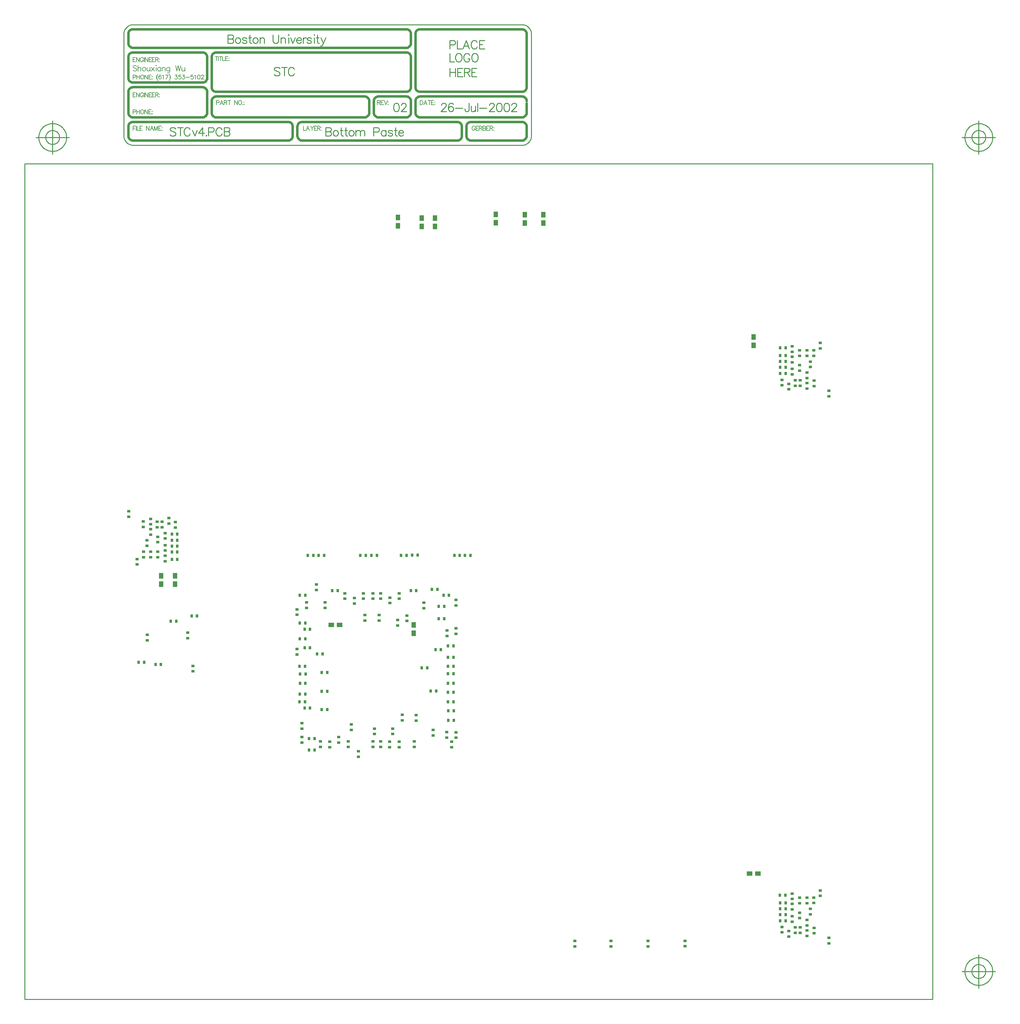
<source format=gbp>
%FSLAX24Y24*%
%MOIN*%
G70*
G01*
G75*
%ADD10R,0.1063X0.1004*%
%ADD11R,0.1004X0.1063*%
%ADD12R,0.1004X0.1063*%
%ADD13R,0.0315X0.0354*%
%ADD14C,0.0157*%
%ADD15C,0.0177*%
%ADD16C,0.0260*%
%ADD17C,0.0260*%
%ADD18R,0.0500X0.0600*%
%ADD19R,0.0165X0.0701*%
%ADD20R,0.0165X0.0701*%
%ADD21R,0.1063X0.0236*%
%ADD22R,0.0118X0.0591*%
%ADD23R,0.0600X0.0500*%
%ADD24R,0.1063X0.1004*%
%ADD25R,0.0354X0.0315*%
%ADD26R,0.1100X0.1150*%
%ADD27R,0.0600X0.1000*%
%ADD28R,0.0591X0.0118*%
%ADD29R,0.0118X0.0591*%
%ADD30R,0.0591X0.0118*%
%ADD31C,0.0230*%
%ADD32R,0.1063X0.0236*%
%ADD33R,0.0945X0.0236*%
%ADD34R,0.0945X0.0236*%
%ADD35R,0.0787X0.0591*%
%ADD36R,0.0787X0.1496*%
%ADD37R,0.0600X0.0600*%
%ADD38R,0.0256X0.0531*%
%ADD39R,0.1500X0.1100*%
%ADD40R,0.0413X0.0177*%
%ADD41C,0.0300*%
%ADD42C,0.0060*%
%ADD43C,0.0120*%
%ADD44C,0.0100*%
%ADD45C,0.0080*%
%ADD46C,0.0200*%
%ADD47C,0.0090*%
%ADD48R,0.3543X0.3277*%
%ADD49R,2.3300X1.6550*%
%ADD50R,0.1641X0.2598*%
%ADD51R,0.1260X0.0610*%
%ADD52R,0.1043X0.4154*%
%ADD53R,0.1595X0.4997*%
%ADD54R,0.1378X0.0433*%
%ADD55R,0.2343X0.0413*%
%ADD56R,0.2599X0.3378*%
%ADD57R,0.1457X0.1871*%
%ADD58R,0.0925X0.0729*%
%ADD59R,0.2599X0.0945*%
%ADD60R,0.4942X0.2658*%
%ADD61R,0.4548X0.2894*%
%ADD62R,0.3446X0.1871*%
%ADD63R,0.3288X0.1496*%
%ADD64R,0.0945X0.0532*%
%ADD65R,0.0610X0.1319*%
%ADD66R,0.0591X0.0650*%
%ADD67R,0.0413X0.0669*%
%ADD68R,0.0669X0.0158*%
%ADD69R,0.1713X0.3505*%
%ADD70C,0.0250*%
%ADD71C,0.0050*%
%ADD72C,0.0350*%
%ADD73C,0.0720*%
%ADD74P,0.0720X8X0*%
%ADD75C,0.0300*%
%ADD76C,0.0750*%
%ADD77C,0.0200*%
%ADD78C,0.2165*%
%ADD79C,0.2165*%
%ADD80C,0.0500*%
%ADD81R,0.0354X0.0315*%
%ADD82R,0.0315X0.0354*%
%ADD83R,2.3350X1.6650*%
%ADD84R,1.8350X3.4800*%
%ADD85C,0.0079*%
D13*
X78457Y77496D02*
D03*
X79048D02*
D03*
X77888Y77475D02*
D03*
X77298D02*
D03*
X76977Y61678D02*
D03*
X76386D02*
D03*
X91668Y67317D02*
D03*
X91077D02*
D03*
X78282Y66845D02*
D03*
X78873D02*
D03*
X77022Y68498D02*
D03*
X76432D02*
D03*
X79936Y73695D02*
D03*
X80526D02*
D03*
X91156Y62868D02*
D03*
X90566D02*
D03*
X77534Y69522D02*
D03*
X76944D02*
D03*
X78794Y64837D02*
D03*
X79385D02*
D03*
X77534Y67514D02*
D03*
X76944D02*
D03*
X76432Y62514D02*
D03*
X77022D02*
D03*
X90172Y65349D02*
D03*
X89581D02*
D03*
X79385Y60860D02*
D03*
Y62829D02*
D03*
X76944Y61018D02*
D03*
X77416Y56490D02*
D03*
X78007D02*
D03*
X78007Y57711D02*
D03*
X77416D02*
D03*
X76442Y63685D02*
D03*
X77032D02*
D03*
X92022Y70663D02*
D03*
X91432D02*
D03*
X60841Y65703D02*
D03*
X63204Y77042D02*
D03*
X63085Y70388D02*
D03*
X62613Y78498D02*
D03*
X128873Y98419D02*
D03*
X128282Y99876D02*
D03*
X64739Y70939D02*
D03*
X59621Y65939D02*
D03*
X128263Y40821D02*
D03*
X128892Y39364D02*
D03*
X61432Y65703D02*
D03*
X62613Y77042D02*
D03*
X63204Y79797D02*
D03*
X128282Y97790D02*
D03*
Y99049D02*
D03*
X128302Y39994D02*
D03*
X63201Y77859D02*
D03*
X63204Y79128D02*
D03*
X128302Y38734D02*
D03*
X128282Y97120D02*
D03*
X128302Y38065D02*
D03*
X62495Y70388D02*
D03*
X63204Y78498D02*
D03*
X128282Y98419D02*
D03*
X128873Y99876D02*
D03*
X65329Y70939D02*
D03*
X59030Y65939D02*
D03*
X128853Y40821D02*
D03*
X128302Y39364D02*
D03*
X62613Y79797D02*
D03*
X128873Y97790D02*
D03*
Y99049D02*
D03*
X128892Y39994D02*
D03*
X62610Y77859D02*
D03*
X62613Y79128D02*
D03*
X128892Y38734D02*
D03*
X128873Y97120D02*
D03*
X128892Y38065D02*
D03*
X91274Y73813D02*
D03*
X90684D02*
D03*
X91432Y72002D02*
D03*
X92022D02*
D03*
X77022Y73183D02*
D03*
X76432D02*
D03*
X92416Y62711D02*
D03*
X93007D02*
D03*
X92455Y60703D02*
D03*
X93046D02*
D03*
X92416Y67711D02*
D03*
X93007D02*
D03*
Y64719D02*
D03*
X92416D02*
D03*
X92416Y65506D02*
D03*
X93007D02*
D03*
X89001Y73671D02*
D03*
X88410D02*
D03*
X93007Y61687D02*
D03*
X92416D02*
D03*
X92455Y59679D02*
D03*
X93046D02*
D03*
X93007Y63695D02*
D03*
X92416D02*
D03*
X91944Y73183D02*
D03*
X92534D02*
D03*
X92416Y66490D02*
D03*
X93007D02*
D03*
X77044Y64689D02*
D03*
X76453D02*
D03*
X76392Y65506D02*
D03*
X76983D02*
D03*
X77022Y70191D02*
D03*
X76432D02*
D03*
X83547Y77499D02*
D03*
X82956D02*
D03*
X84747D02*
D03*
X84156D02*
D03*
X94857D02*
D03*
X94267D02*
D03*
X88558Y77514D02*
D03*
X89148D02*
D03*
X93697Y77499D02*
D03*
X93106D02*
D03*
X87368D02*
D03*
X87959D02*
D03*
D18*
X100727Y114251D02*
D03*
Y113351D02*
D03*
X102727Y114251D02*
D03*
Y113351D02*
D03*
X89577Y113901D02*
D03*
Y113001D02*
D03*
X87027Y113951D02*
D03*
Y113051D02*
D03*
X97577Y113401D02*
D03*
Y114301D02*
D03*
X61452Y75270D02*
D03*
Y74370D02*
D03*
X62948D02*
D03*
Y75270D02*
D03*
X125427Y100151D02*
D03*
Y101051D02*
D03*
X88727Y70001D02*
D03*
Y69101D02*
D03*
X91027Y113001D02*
D03*
Y113901D02*
D03*
D23*
X80733Y69992D02*
D03*
X79833D02*
D03*
X125877Y43151D02*
D03*
X124977D02*
D03*
D25*
X76648Y59384D02*
D03*
Y58793D02*
D03*
X92298Y58420D02*
D03*
Y57829D02*
D03*
X83302Y73400D02*
D03*
Y72809D02*
D03*
X81294Y72809D02*
D03*
Y73400D02*
D03*
X79168Y72415D02*
D03*
X84995Y71038D02*
D03*
Y70447D02*
D03*
X82318Y72888D02*
D03*
Y72297D02*
D03*
X80625Y57297D02*
D03*
Y57888D02*
D03*
X78656Y56825D02*
D03*
Y57415D02*
D03*
X81977Y59252D02*
D03*
Y58662D02*
D03*
X87475Y59699D02*
D03*
Y60290D02*
D03*
X86155Y72928D02*
D03*
Y72337D02*
D03*
X88972Y60252D02*
D03*
Y59662D02*
D03*
X83459Y70447D02*
D03*
X87160Y57376D02*
D03*
Y56786D02*
D03*
X87003Y70526D02*
D03*
Y69935D02*
D03*
X86451Y58203D02*
D03*
Y58793D02*
D03*
X81648Y57415D02*
D03*
Y56825D02*
D03*
X79640Y57376D02*
D03*
Y56786D02*
D03*
X76648Y57297D02*
D03*
Y57888D02*
D03*
X132633Y40742D02*
D03*
X64877Y65565D02*
D03*
X59955Y68321D02*
D03*
X58853Y77101D02*
D03*
X64326Y68557D02*
D03*
X60312Y79732D02*
D03*
X62987Y80486D02*
D03*
X61885Y78006D02*
D03*
X59522Y80565D02*
D03*
X131176Y39955D02*
D03*
X131174Y38150D02*
D03*
X129601Y39876D02*
D03*
X130467Y37337D02*
D03*
X129916D02*
D03*
X132633Y99817D02*
D03*
X130467Y96392D02*
D03*
X131963Y96353D02*
D03*
X61570Y80526D02*
D03*
X61885Y79305D02*
D03*
X60310Y77888D02*
D03*
X61018Y80526D02*
D03*
X128499Y37396D02*
D03*
X129601Y38557D02*
D03*
X131963Y37297D02*
D03*
X128499Y96431D02*
D03*
X129916Y96392D02*
D03*
X129601Y98912D02*
D03*
X131176Y99030D02*
D03*
Y97219D02*
D03*
X129601Y97612D02*
D03*
X132633Y41333D02*
D03*
X64877Y64975D02*
D03*
X59955Y68912D02*
D03*
X58853Y76510D02*
D03*
X61097Y77297D02*
D03*
X59562D02*
D03*
X62278Y81510D02*
D03*
X61097Y78912D02*
D03*
X131924Y99620D02*
D03*
X129601Y40998D02*
D03*
X129207Y36353D02*
D03*
X133538Y35624D02*
D03*
X131570Y98400D02*
D03*
X131569Y39345D02*
D03*
X133538Y94660D02*
D03*
X130389Y99620D02*
D03*
Y98006D02*
D03*
X131176Y95486D02*
D03*
X57948Y82258D02*
D03*
X59916Y78518D02*
D03*
X130389Y38931D02*
D03*
X131176Y36431D02*
D03*
X129601Y100053D02*
D03*
X129207Y95408D02*
D03*
X60310Y81431D02*
D03*
X61875Y76867D02*
D03*
X131924Y40565D02*
D03*
X130389Y40545D02*
D03*
X114011Y35290D02*
D03*
X118020Y35305D02*
D03*
X64326Y69148D02*
D03*
X60312Y80323D02*
D03*
X62987Y81077D02*
D03*
X61885Y78597D02*
D03*
X110034Y35290D02*
D03*
X59522Y81156D02*
D03*
X131176Y40545D02*
D03*
X131174Y37560D02*
D03*
X129601Y39286D02*
D03*
X130467Y36746D02*
D03*
X129916D02*
D03*
X132633Y100408D02*
D03*
X130467Y95801D02*
D03*
X131963Y95762D02*
D03*
X61570Y81116D02*
D03*
X61885Y79896D02*
D03*
X60310Y77297D02*
D03*
X61018Y81116D02*
D03*
X106137Y35290D02*
D03*
X128499Y36805D02*
D03*
X129601Y37967D02*
D03*
X131963Y36707D02*
D03*
X128499Y95841D02*
D03*
X129916Y95801D02*
D03*
X129601Y98321D02*
D03*
X131176Y99620D02*
D03*
Y96628D02*
D03*
X129601Y97022D02*
D03*
X114011Y35880D02*
D03*
X118020Y35895D02*
D03*
X110034Y35880D02*
D03*
X106137D02*
D03*
X61097Y77888D02*
D03*
X59562D02*
D03*
X62278Y80919D02*
D03*
X61097Y79502D02*
D03*
X131924Y99030D02*
D03*
X129601Y40408D02*
D03*
X129207Y36943D02*
D03*
X133538Y36215D02*
D03*
X131570Y97809D02*
D03*
X131569Y38754D02*
D03*
X133538Y95250D02*
D03*
X130389Y99030D02*
D03*
Y97416D02*
D03*
X131176Y96077D02*
D03*
X57948Y81668D02*
D03*
X59916Y79108D02*
D03*
X130389Y38341D02*
D03*
X131176Y37022D02*
D03*
X129601Y99463D02*
D03*
X129207Y95998D02*
D03*
X60310Y80841D02*
D03*
X61875Y77458D02*
D03*
X131924Y39975D02*
D03*
X130389Y39955D02*
D03*
X93302Y57809D02*
D03*
Y58400D02*
D03*
X85152Y56825D02*
D03*
Y57415D02*
D03*
Y72809D02*
D03*
Y73400D02*
D03*
X93302Y69620D02*
D03*
Y69030D02*
D03*
X77160Y71825D02*
D03*
Y72415D02*
D03*
X93302Y72691D02*
D03*
Y72101D02*
D03*
X90822Y58636D02*
D03*
Y58045D02*
D03*
X84325Y72809D02*
D03*
Y73400D02*
D03*
X92318Y69384D02*
D03*
Y68794D02*
D03*
X84483Y58203D02*
D03*
Y58793D02*
D03*
X87160Y72809D02*
D03*
Y73400D02*
D03*
X92829Y57376D02*
D03*
Y56786D02*
D03*
X84325Y56825D02*
D03*
Y57415D02*
D03*
X89812Y72370D02*
D03*
Y71780D02*
D03*
X82751Y55762D02*
D03*
Y56353D02*
D03*
X76137Y71667D02*
D03*
Y71077D02*
D03*
X88795Y57405D02*
D03*
Y56814D02*
D03*
X86137Y57376D02*
D03*
Y56786D02*
D03*
X78223Y74345D02*
D03*
Y73754D02*
D03*
X76137Y67376D02*
D03*
Y66786D02*
D03*
X87987Y70998D02*
D03*
Y70408D02*
D03*
D44*
X50477Y122601D02*
X50470Y122701D01*
X50450Y122799D01*
X50418Y122893D01*
X50372Y122983D01*
X50316Y123065D01*
X50249Y123140D01*
X50172Y123204D01*
X50088Y123258D01*
X49997Y123300D01*
X49901Y123330D01*
X49802Y123347D01*
X49702Y123350D01*
X49602Y123340D01*
X49505Y123317D01*
X49411Y123281D01*
X49324Y123233D01*
X49243Y123173D01*
X49171Y123104D01*
X49109Y123025D01*
X49058Y122939D01*
X49019Y122847D01*
X48992Y122750D01*
X48979Y122651D01*
Y122550D01*
X48992Y122451D01*
X49019Y122355D01*
X49058Y122262D01*
X49109Y122176D01*
X49171Y122098D01*
X49243Y122028D01*
X49324Y121968D01*
X49411Y121920D01*
X49505Y121884D01*
X49602Y121861D01*
X49702Y121851D01*
X49802Y121854D01*
X49901Y121871D01*
X49997Y121901D01*
X50088Y121943D01*
X50172Y121997D01*
X50249Y122061D01*
X50316Y122136D01*
X50372Y122218D01*
X50418Y122308D01*
X50450Y122402D01*
X50470Y122501D01*
X50477Y122601D01*
X51227D02*
X51224Y122701D01*
X51214Y122801D01*
X51197Y122899D01*
X51174Y122997D01*
X51144Y123093D01*
X51108Y123186D01*
X51066Y123277D01*
X51018Y123365D01*
X50964Y123450D01*
X50904Y123530D01*
X50840Y123607D01*
X50770Y123679D01*
X50696Y123746D01*
X50617Y123808D01*
X50534Y123865D01*
X50448Y123916D01*
X50359Y123961D01*
X50266Y124000D01*
X50172Y124033D01*
X50075Y124060D01*
X49977Y124080D01*
X49877Y124093D01*
X49777Y124100D01*
X49677D01*
X49577Y124093D01*
X49478Y124080D01*
X49379Y124060D01*
X49283Y124033D01*
X49188Y124000D01*
X49096Y123961D01*
X49006Y123916D01*
X48920Y123865D01*
X48837Y123808D01*
X48759Y123746D01*
X48684Y123679D01*
X48615Y123607D01*
X48550Y123530D01*
X48490Y123450D01*
X48437Y123365D01*
X48388Y123277D01*
X48346Y123186D01*
X48310Y123093D01*
X48280Y122997D01*
X48257Y122899D01*
X48241Y122801D01*
X48230Y122701D01*
X48227Y122601D01*
X48230Y122500D01*
X48241Y122401D01*
X48257Y122302D01*
X48280Y122204D01*
X48310Y122109D01*
X48346Y122015D01*
X48388Y121924D01*
X48437Y121836D01*
X48490Y121752D01*
X48550Y121671D01*
X48615Y121594D01*
X48684Y121522D01*
X48759Y121455D01*
X48837Y121393D01*
X48920Y121336D01*
X49006Y121285D01*
X49096Y121240D01*
X49188Y121201D01*
X49283Y121168D01*
X49379Y121141D01*
X49478Y121121D01*
X49577Y121108D01*
X49677Y121101D01*
X49777D01*
X49877Y121108D01*
X49977Y121121D01*
X50075Y121141D01*
X50172Y121168D01*
X50266Y121201D01*
X50359Y121240D01*
X50448Y121285D01*
X50534Y121336D01*
X50617Y121393D01*
X50696Y121455D01*
X50770Y121522D01*
X50840Y121594D01*
X50904Y121671D01*
X50964Y121752D01*
X51018Y121836D01*
X51066Y121924D01*
X51108Y122015D01*
X51144Y122109D01*
X51174Y122204D01*
X51197Y122302D01*
X51214Y122401D01*
X51224Y122500D01*
X51227Y122601D01*
X150477Y122601D02*
X150470Y122701D01*
X150450Y122799D01*
X150418Y122893D01*
X150372Y122983D01*
X150316Y123065D01*
X150249Y123140D01*
X150172Y123204D01*
X150088Y123258D01*
X149997Y123300D01*
X149901Y123330D01*
X149802Y123347D01*
X149702Y123350D01*
X149602Y123340D01*
X149505Y123317D01*
X149411Y123281D01*
X149324Y123233D01*
X149243Y123173D01*
X149171Y123104D01*
X149109Y123025D01*
X149058Y122939D01*
X149019Y122847D01*
X148992Y122750D01*
X148979Y122651D01*
Y122550D01*
X148992Y122451D01*
X149019Y122355D01*
X149058Y122262D01*
X149109Y122176D01*
X149171Y122098D01*
X149243Y122028D01*
X149324Y121968D01*
X149411Y121920D01*
X149505Y121884D01*
X149602Y121861D01*
X149702Y121851D01*
X149802Y121854D01*
X149901Y121871D01*
X149997Y121901D01*
X150088Y121943D01*
X150172Y121997D01*
X150249Y122061D01*
X150316Y122136D01*
X150372Y122218D01*
X150418Y122308D01*
X150450Y122402D01*
X150470Y122501D01*
X150477Y122601D01*
X151227D02*
X151224Y122701D01*
X151214Y122801D01*
X151197Y122899D01*
X151174Y122997D01*
X151144Y123093D01*
X151108Y123186D01*
X151066Y123277D01*
X151018Y123365D01*
X150964Y123450D01*
X150904Y123530D01*
X150840Y123607D01*
X150770Y123679D01*
X150696Y123746D01*
X150617Y123808D01*
X150534Y123865D01*
X150448Y123916D01*
X150359Y123961D01*
X150266Y124000D01*
X150172Y124033D01*
X150075Y124060D01*
X149977Y124080D01*
X149877Y124093D01*
X149777Y124100D01*
X149677D01*
X149577Y124093D01*
X149478Y124080D01*
X149379Y124060D01*
X149283Y124033D01*
X149188Y124000D01*
X149096Y123961D01*
X149006Y123916D01*
X148920Y123865D01*
X148837Y123808D01*
X148759Y123746D01*
X148684Y123679D01*
X148615Y123607D01*
X148550Y123530D01*
X148490Y123450D01*
X148437Y123365D01*
X148388Y123277D01*
X148346Y123186D01*
X148310Y123093D01*
X148280Y122997D01*
X148257Y122899D01*
X148241Y122801D01*
X148230Y122701D01*
X148227Y122601D01*
X148230Y122500D01*
X148241Y122401D01*
X148257Y122302D01*
X148280Y122204D01*
X148310Y122109D01*
X148346Y122015D01*
X148388Y121924D01*
X148437Y121836D01*
X148490Y121752D01*
X148550Y121671D01*
X148615Y121594D01*
X148684Y121522D01*
X148759Y121455D01*
X148837Y121393D01*
X148920Y121336D01*
X149006Y121285D01*
X149096Y121240D01*
X149188Y121201D01*
X149283Y121168D01*
X149379Y121141D01*
X149478Y121121D01*
X149577Y121108D01*
X149677Y121101D01*
X149777D01*
X149877Y121108D01*
X149977Y121121D01*
X150075Y121141D01*
X150172Y121168D01*
X150266Y121201D01*
X150359Y121240D01*
X150448Y121285D01*
X150534Y121336D01*
X150617Y121393D01*
X150696Y121455D01*
X150770Y121522D01*
X150840Y121594D01*
X150904Y121671D01*
X150964Y121752D01*
X151018Y121836D01*
X151066Y121924D01*
X151108Y122015D01*
X151144Y122109D01*
X151174Y122204D01*
X151197Y122302D01*
X151214Y122401D01*
X151224Y122500D01*
X151227Y122601D01*
X150477Y32601D02*
X150470Y32701D01*
X150450Y32799D01*
X150418Y32893D01*
X150372Y32983D01*
X150316Y33065D01*
X150249Y33140D01*
X150172Y33204D01*
X150088Y33258D01*
X149997Y33300D01*
X149901Y33330D01*
X149802Y33347D01*
X149702Y33350D01*
X149602Y33340D01*
X149505Y33317D01*
X149411Y33281D01*
X149324Y33233D01*
X149243Y33173D01*
X149171Y33104D01*
X149109Y33025D01*
X149058Y32939D01*
X149019Y32847D01*
X148992Y32750D01*
X148979Y32651D01*
Y32550D01*
X148992Y32451D01*
X149019Y32355D01*
X149058Y32262D01*
X149109Y32176D01*
X149171Y32097D01*
X149243Y32028D01*
X149324Y31968D01*
X149411Y31920D01*
X149505Y31884D01*
X149602Y31861D01*
X149702Y31851D01*
X149802Y31854D01*
X149901Y31871D01*
X149997Y31901D01*
X150088Y31943D01*
X150172Y31997D01*
X150249Y32061D01*
X150316Y32136D01*
X150372Y32218D01*
X150418Y32308D01*
X150450Y32402D01*
X150470Y32501D01*
X150477Y32601D01*
X151227D02*
X151224Y32701D01*
X151214Y32801D01*
X151197Y32899D01*
X151174Y32997D01*
X151144Y33093D01*
X151108Y33186D01*
X151066Y33277D01*
X151018Y33365D01*
X150964Y33450D01*
X150904Y33530D01*
X150840Y33607D01*
X150770Y33679D01*
X150696Y33746D01*
X150617Y33808D01*
X150534Y33865D01*
X150448Y33916D01*
X150359Y33961D01*
X150266Y34000D01*
X150172Y34033D01*
X150075Y34060D01*
X149977Y34080D01*
X149877Y34093D01*
X149777Y34100D01*
X149677D01*
X149577Y34093D01*
X149478Y34080D01*
X149379Y34060D01*
X149283Y34033D01*
X149188Y34000D01*
X149096Y33961D01*
X149006Y33916D01*
X148920Y33865D01*
X148837Y33808D01*
X148759Y33746D01*
X148684Y33679D01*
X148615Y33607D01*
X148550Y33530D01*
X148490Y33450D01*
X148437Y33365D01*
X148388Y33277D01*
X148346Y33186D01*
X148310Y33093D01*
X148280Y32997D01*
X148257Y32899D01*
X148241Y32801D01*
X148230Y32701D01*
X148227Y32601D01*
X148230Y32500D01*
X148241Y32401D01*
X148257Y32302D01*
X148280Y32204D01*
X148310Y32109D01*
X148346Y32015D01*
X148388Y31924D01*
X148437Y31836D01*
X148490Y31752D01*
X148550Y31671D01*
X148615Y31594D01*
X148684Y31522D01*
X148759Y31455D01*
X148837Y31393D01*
X148920Y31336D01*
X149006Y31285D01*
X149096Y31240D01*
X149188Y31201D01*
X149283Y31168D01*
X149379Y31141D01*
X149478Y31121D01*
X149577Y31108D01*
X149677Y31101D01*
X149777D01*
X149877Y31108D01*
X149977Y31121D01*
X150075Y31141D01*
X150172Y31168D01*
X150266Y31201D01*
X150359Y31240D01*
X150448Y31285D01*
X150534Y31336D01*
X150617Y31393D01*
X150696Y31455D01*
X150770Y31522D01*
X150840Y31594D01*
X150904Y31671D01*
X150964Y31752D01*
X151018Y31836D01*
X151066Y31924D01*
X151108Y32015D01*
X151144Y32109D01*
X151174Y32204D01*
X151197Y32302D01*
X151214Y32401D01*
X151224Y32500D01*
X151227Y32601D01*
X47927Y122601D02*
X51527D01*
X49727Y120801D02*
Y124401D01*
X147927Y122601D02*
X151527D01*
X149727Y120801D02*
Y124401D01*
X147927Y32601D02*
X151527D01*
X149727Y30801D02*
Y34401D01*
X46727Y29601D02*
X144759D01*
Y119758D01*
X46727D02*
X144759D01*
X46727Y29601D02*
Y119758D01*
X57418Y122768D02*
X57423Y122670D01*
X57437Y122573D01*
X57461Y122478D01*
X57493Y122386D01*
X57535Y122297D01*
X57585Y122212D01*
X57642Y122133D01*
X57708Y122060D01*
X57780Y121994D01*
X57858Y121934D01*
X57941Y121883D01*
X58029Y121840D01*
X58121Y121806D01*
X58216Y121781D01*
X58313Y121765D01*
X58410Y121758D01*
X100418Y121758D02*
X100516Y121763D01*
X100613Y121777D01*
X100708Y121801D01*
X100801Y121834D01*
X100889Y121876D01*
X100974Y121927D01*
X101052Y121985D01*
X101125Y122051D01*
X101191Y122124D01*
X101250Y122203D01*
X101300Y122287D01*
X101342Y122375D01*
X101375Y122468D01*
X101399Y122563D01*
X101413Y122660D01*
X101418Y122758D01*
Y133758D02*
X101413Y133856D01*
X101399Y133953D01*
X101375Y134048D01*
X101342Y134141D01*
X101300Y134229D01*
X101250Y134314D01*
X101191Y134392D01*
X101125Y134465D01*
X101052Y134531D01*
X100974Y134590D01*
X100889Y134640D01*
X100801Y134682D01*
X100708Y134715D01*
X100613Y134739D01*
X100516Y134753D01*
X100418Y134758D01*
X58418D02*
X58320Y134753D01*
X58223Y134739D01*
X58128Y134715D01*
X58035Y134682D01*
X57947Y134640D01*
X57863Y134590D01*
X57784Y134531D01*
X57711Y134465D01*
X57645Y134392D01*
X57587Y134314D01*
X57536Y134229D01*
X57494Y134141D01*
X57461Y134048D01*
X57437Y133953D01*
X57423Y133856D01*
X57418Y133758D01*
X58418Y121758D02*
X100418D01*
X58418Y134758D02*
X100418D01*
X101418Y122758D02*
Y133758D01*
X57418Y122758D02*
Y133758D01*
D45*
X58818Y130272D02*
X58761Y130329D01*
X58675Y130358D01*
X58561D01*
X58475Y130329D01*
X58418Y130272D01*
Y130215D01*
X58447Y130158D01*
X58475Y130129D01*
X58532Y130101D01*
X58704Y130044D01*
X58761Y130015D01*
X58789Y129987D01*
X58818Y129929D01*
Y129844D01*
X58761Y129787D01*
X58675Y129758D01*
X58561D01*
X58475Y129787D01*
X58418Y129844D01*
X58952Y130358D02*
Y129758D01*
Y130044D02*
X59038Y130129D01*
X59095Y130158D01*
X59181D01*
X59238Y130129D01*
X59266Y130044D01*
Y129758D01*
X59566Y130158D02*
X59509Y130129D01*
X59452Y130072D01*
X59424Y129987D01*
Y129929D01*
X59452Y129844D01*
X59509Y129787D01*
X59566Y129758D01*
X59652D01*
X59709Y129787D01*
X59766Y129844D01*
X59795Y129929D01*
Y129987D01*
X59766Y130072D01*
X59709Y130129D01*
X59652Y130158D01*
X59566D01*
X59926D02*
Y129872D01*
X59955Y129787D01*
X60012Y129758D01*
X60098D01*
X60155Y129787D01*
X60241Y129872D01*
Y130158D02*
Y129758D01*
X60398Y130158D02*
X60712Y129758D01*
Y130158D02*
X60398Y129758D01*
X60895Y130358D02*
X60923Y130329D01*
X60952Y130358D01*
X60923Y130387D01*
X60895Y130358D01*
X60923Y130158D02*
Y129758D01*
X61400Y130158D02*
Y129758D01*
Y130072D02*
X61343Y130129D01*
X61286Y130158D01*
X61200D01*
X61143Y130129D01*
X61086Y130072D01*
X61058Y129987D01*
Y129929D01*
X61086Y129844D01*
X61143Y129787D01*
X61200Y129758D01*
X61286D01*
X61343Y129787D01*
X61400Y129844D01*
X61560Y130158D02*
Y129758D01*
Y130044D02*
X61646Y130129D01*
X61703Y130158D01*
X61789D01*
X61846Y130129D01*
X61874Y130044D01*
Y129758D01*
X62374Y130158D02*
Y129701D01*
X62346Y129615D01*
X62317Y129587D01*
X62260Y129558D01*
X62174D01*
X62117Y129587D01*
X62374Y130072D02*
X62317Y130129D01*
X62260Y130158D01*
X62174D01*
X62117Y130129D01*
X62060Y130072D01*
X62032Y129987D01*
Y129929D01*
X62060Y129844D01*
X62117Y129787D01*
X62174Y129758D01*
X62260D01*
X62317Y129787D01*
X62374Y129844D01*
X63006Y130358D02*
X63148Y129758D01*
X63291Y130358D02*
X63148Y129758D01*
X63291Y130358D02*
X63434Y129758D01*
X63577Y130358D02*
X63434Y129758D01*
X63697Y130158D02*
Y129872D01*
X63726Y129787D01*
X63783Y129758D01*
X63868D01*
X63925Y129787D01*
X64011Y129872D01*
Y130158D02*
Y129758D01*
D47*
X63018Y123529D02*
X62932Y123615D01*
X62804Y123658D01*
X62632D01*
X62504Y123615D01*
X62418Y123529D01*
Y123444D01*
X62461Y123358D01*
X62504Y123315D01*
X62589Y123272D01*
X62847Y123187D01*
X62932Y123144D01*
X62975Y123101D01*
X63018Y123015D01*
Y122887D01*
X62932Y122801D01*
X62804Y122758D01*
X62632D01*
X62504Y122801D01*
X62418Y122887D01*
X63519Y123658D02*
Y122758D01*
X63219Y123658D02*
X63819D01*
X64569Y123444D02*
X64526Y123529D01*
X64441Y123615D01*
X64355Y123658D01*
X64183D01*
X64098Y123615D01*
X64012Y123529D01*
X63969Y123444D01*
X63926Y123315D01*
Y123101D01*
X63969Y122972D01*
X64012Y122887D01*
X64098Y122801D01*
X64183Y122758D01*
X64355D01*
X64441Y122801D01*
X64526Y122887D01*
X64569Y122972D01*
X64822Y123358D02*
X65079Y122758D01*
X65336Y123358D02*
X65079Y122758D01*
X65910Y123658D02*
X65482Y123058D01*
X66124D01*
X65910Y123658D02*
Y122758D01*
X66326Y122844D02*
X66283Y122801D01*
X66326Y122758D01*
X66369Y122801D01*
X66326Y122844D01*
X66566Y123187D02*
X66951D01*
X67080Y123229D01*
X67123Y123272D01*
X67166Y123358D01*
Y123486D01*
X67123Y123572D01*
X67080Y123615D01*
X66951Y123658D01*
X66566D01*
Y122758D01*
X68010Y123444D02*
X67967Y123529D01*
X67881Y123615D01*
X67796Y123658D01*
X67624D01*
X67538Y123615D01*
X67453Y123529D01*
X67410Y123444D01*
X67367Y123315D01*
Y123101D01*
X67410Y122972D01*
X67453Y122887D01*
X67538Y122801D01*
X67624Y122758D01*
X67796D01*
X67881Y122801D01*
X67967Y122887D01*
X68010Y122972D01*
X68263Y123658D02*
Y122758D01*
Y123658D02*
X68648D01*
X68777Y123615D01*
X68820Y123572D01*
X68862Y123486D01*
Y123401D01*
X68820Y123315D01*
X68777Y123272D01*
X68648Y123229D01*
X68263D02*
X68648D01*
X68777Y123187D01*
X68820Y123144D01*
X68862Y123058D01*
Y122929D01*
X68820Y122844D01*
X68777Y122801D01*
X68648Y122758D01*
X68263D01*
X68668Y133658D02*
Y132758D01*
Y133658D02*
X69054D01*
X69182Y133615D01*
X69225Y133572D01*
X69268Y133486D01*
Y133401D01*
X69225Y133315D01*
X69182Y133272D01*
X69054Y133229D01*
X68668D02*
X69054D01*
X69182Y133187D01*
X69225Y133144D01*
X69268Y133058D01*
Y132929D01*
X69225Y132844D01*
X69182Y132801D01*
X69054Y132758D01*
X68668D01*
X69684Y133358D02*
X69598Y133315D01*
X69512Y133229D01*
X69469Y133101D01*
Y133015D01*
X69512Y132887D01*
X69598Y132801D01*
X69684Y132758D01*
X69812D01*
X69898Y132801D01*
X69984Y132887D01*
X70026Y133015D01*
Y133101D01*
X69984Y133229D01*
X69898Y133315D01*
X69812Y133358D01*
X69684D01*
X70695Y133229D02*
X70652Y133315D01*
X70523Y133358D01*
X70395D01*
X70266Y133315D01*
X70223Y133229D01*
X70266Y133144D01*
X70352Y133101D01*
X70566Y133058D01*
X70652Y133015D01*
X70695Y132929D01*
Y132887D01*
X70652Y132801D01*
X70523Y132758D01*
X70395D01*
X70266Y132801D01*
X70223Y132887D01*
X71012Y133658D02*
Y132929D01*
X71055Y132801D01*
X71140Y132758D01*
X71226D01*
X70883Y133358D02*
X71183D01*
X71569D02*
X71483Y133315D01*
X71398Y133229D01*
X71355Y133101D01*
Y133015D01*
X71398Y132887D01*
X71483Y132801D01*
X71569Y132758D01*
X71697D01*
X71783Y132801D01*
X71869Y132887D01*
X71912Y133015D01*
Y133101D01*
X71869Y133229D01*
X71783Y133315D01*
X71697Y133358D01*
X71569D01*
X72109D02*
Y132758D01*
Y133187D02*
X72237Y133315D01*
X72323Y133358D01*
X72452D01*
X72537Y133315D01*
X72580Y133187D01*
Y132758D01*
X73523Y133658D02*
Y133015D01*
X73566Y132887D01*
X73651Y132801D01*
X73780Y132758D01*
X73866D01*
X73994Y132801D01*
X74080Y132887D01*
X74123Y133015D01*
Y133658D01*
X74371Y133358D02*
Y132758D01*
Y133187D02*
X74500Y133315D01*
X74585Y133358D01*
X74714D01*
X74800Y133315D01*
X74842Y133187D01*
Y132758D01*
X75164Y133658D02*
X75207Y133615D01*
X75250Y133658D01*
X75207Y133701D01*
X75164Y133658D01*
X75207Y133358D02*
Y132758D01*
X75408Y133358D02*
X75665Y132758D01*
X75922Y133358D02*
X75665Y132758D01*
X76068Y133101D02*
X76582D01*
Y133187D01*
X76539Y133272D01*
X76496Y133315D01*
X76411Y133358D01*
X76282D01*
X76196Y133315D01*
X76111Y133229D01*
X76068Y133101D01*
Y133015D01*
X76111Y132887D01*
X76196Y132801D01*
X76282Y132758D01*
X76411D01*
X76496Y132801D01*
X76582Y132887D01*
X76775Y133358D02*
Y132758D01*
Y133101D02*
X76818Y133229D01*
X76903Y133315D01*
X76989Y133358D01*
X77118D01*
X77670Y133229D02*
X77628Y133315D01*
X77499Y133358D01*
X77371D01*
X77242Y133315D01*
X77199Y133229D01*
X77242Y133144D01*
X77328Y133101D01*
X77542Y133058D01*
X77628Y133015D01*
X77670Y132929D01*
Y132887D01*
X77628Y132801D01*
X77499Y132758D01*
X77371D01*
X77242Y132801D01*
X77199Y132887D01*
X77945Y133658D02*
X77988Y133615D01*
X78030Y133658D01*
X77988Y133701D01*
X77945Y133658D01*
X77988Y133358D02*
Y132758D01*
X78317Y133658D02*
Y132929D01*
X78360Y132801D01*
X78446Y132758D01*
X78532D01*
X78189Y133358D02*
X78489D01*
X78703D02*
X78960Y132758D01*
X79217Y133358D02*
X78960Y132758D01*
X78874Y132587D01*
X78789Y132501D01*
X78703Y132458D01*
X78660D01*
X79218Y123658D02*
Y122758D01*
Y123658D02*
X79604D01*
X79732Y123615D01*
X79775Y123572D01*
X79818Y123486D01*
Y123401D01*
X79775Y123315D01*
X79732Y123272D01*
X79604Y123229D01*
X79218D02*
X79604D01*
X79732Y123187D01*
X79775Y123144D01*
X79818Y123058D01*
Y122929D01*
X79775Y122844D01*
X79732Y122801D01*
X79604Y122758D01*
X79218D01*
X80234Y123358D02*
X80148Y123315D01*
X80062Y123229D01*
X80019Y123101D01*
Y123015D01*
X80062Y122887D01*
X80148Y122801D01*
X80234Y122758D01*
X80362D01*
X80448Y122801D01*
X80534Y122887D01*
X80576Y123015D01*
Y123101D01*
X80534Y123229D01*
X80448Y123315D01*
X80362Y123358D01*
X80234D01*
X80902Y123658D02*
Y122929D01*
X80945Y122801D01*
X81031Y122758D01*
X81116D01*
X80773Y123358D02*
X81073D01*
X81373Y123658D02*
Y122929D01*
X81416Y122801D01*
X81502Y122758D01*
X81588D01*
X81245Y123358D02*
X81545D01*
X81930D02*
X81845Y123315D01*
X81759Y123229D01*
X81716Y123101D01*
Y123015D01*
X81759Y122887D01*
X81845Y122801D01*
X81930Y122758D01*
X82059D01*
X82145Y122801D01*
X82230Y122887D01*
X82273Y123015D01*
Y123101D01*
X82230Y123229D01*
X82145Y123315D01*
X82059Y123358D01*
X81930D01*
X82470D02*
Y122758D01*
Y123187D02*
X82599Y123315D01*
X82684Y123358D01*
X82813D01*
X82899Y123315D01*
X82942Y123187D01*
Y122758D01*
Y123187D02*
X83070Y123315D01*
X83156Y123358D01*
X83284D01*
X83370Y123315D01*
X83413Y123187D01*
Y122758D01*
X84403Y123187D02*
X84788D01*
X84917Y123229D01*
X84960Y123272D01*
X85003Y123358D01*
Y123486D01*
X84960Y123572D01*
X84917Y123615D01*
X84788Y123658D01*
X84403D01*
Y122758D01*
X85718Y123358D02*
Y122758D01*
Y123229D02*
X85632Y123315D01*
X85547Y123358D01*
X85418D01*
X85332Y123315D01*
X85247Y123229D01*
X85204Y123101D01*
Y123015D01*
X85247Y122887D01*
X85332Y122801D01*
X85418Y122758D01*
X85547D01*
X85632Y122801D01*
X85718Y122887D01*
X86429Y123229D02*
X86387Y123315D01*
X86258Y123358D01*
X86129D01*
X86001Y123315D01*
X85958Y123229D01*
X86001Y123144D01*
X86087Y123101D01*
X86301Y123058D01*
X86387Y123015D01*
X86429Y122929D01*
Y122887D01*
X86387Y122801D01*
X86258Y122758D01*
X86129D01*
X86001Y122801D01*
X85958Y122887D01*
X86746Y123658D02*
Y122929D01*
X86789Y122801D01*
X86875Y122758D01*
X86961D01*
X86618Y123358D02*
X86918D01*
X87089Y123101D02*
X87603D01*
Y123187D01*
X87561Y123272D01*
X87518Y123315D01*
X87432Y123358D01*
X87303D01*
X87218Y123315D01*
X87132Y123229D01*
X87089Y123101D01*
Y123015D01*
X87132Y122887D01*
X87218Y122801D01*
X87303Y122758D01*
X87432D01*
X87518Y122801D01*
X87603Y122887D01*
X86800Y126283D02*
X86672Y126240D01*
X86586Y126111D01*
X86543Y125897D01*
Y125769D01*
X86586Y125554D01*
X86672Y125426D01*
X86800Y125383D01*
X86886D01*
X87014Y125426D01*
X87100Y125554D01*
X87143Y125769D01*
Y125897D01*
X87100Y126111D01*
X87014Y126240D01*
X86886Y126283D01*
X86800D01*
X87387Y126069D02*
Y126111D01*
X87430Y126197D01*
X87473Y126240D01*
X87559Y126283D01*
X87730D01*
X87816Y126240D01*
X87859Y126197D01*
X87901Y126111D01*
Y126026D01*
X87859Y125940D01*
X87773Y125812D01*
X87344Y125383D01*
X87944D01*
X92618Y132587D02*
X93004D01*
X93132Y132629D01*
X93175Y132672D01*
X93218Y132758D01*
Y132886D01*
X93175Y132972D01*
X93132Y133015D01*
X93004Y133058D01*
X92618D01*
Y132158D01*
X93419Y133058D02*
Y132158D01*
X93934D01*
X94718D02*
X94375Y133058D01*
X94032Y132158D01*
X94161Y132458D02*
X94589D01*
X95570Y132844D02*
X95527Y132929D01*
X95442Y133015D01*
X95356Y133058D01*
X95185D01*
X95099Y133015D01*
X95013Y132929D01*
X94970Y132844D01*
X94928Y132715D01*
Y132501D01*
X94970Y132372D01*
X95013Y132287D01*
X95099Y132201D01*
X95185Y132158D01*
X95356D01*
X95442Y132201D01*
X95527Y132287D01*
X95570Y132372D01*
X96380Y133058D02*
X95823D01*
Y132158D01*
X96380D01*
X95823Y132629D02*
X96166D01*
X92618Y131658D02*
Y130758D01*
X93132D01*
X93488Y131658D02*
X93402Y131615D01*
X93317Y131529D01*
X93274Y131444D01*
X93231Y131315D01*
Y131101D01*
X93274Y130972D01*
X93317Y130887D01*
X93402Y130801D01*
X93488Y130758D01*
X93659D01*
X93745Y130801D01*
X93831Y130887D01*
X93874Y130972D01*
X93916Y131101D01*
Y131315D01*
X93874Y131444D01*
X93831Y131529D01*
X93745Y131615D01*
X93659Y131658D01*
X93488D01*
X94769Y131444D02*
X94726Y131529D01*
X94641Y131615D01*
X94555Y131658D01*
X94383D01*
X94298Y131615D01*
X94212Y131529D01*
X94169Y131444D01*
X94126Y131315D01*
Y131101D01*
X94169Y130972D01*
X94212Y130887D01*
X94298Y130801D01*
X94383Y130758D01*
X94555D01*
X94641Y130801D01*
X94726Y130887D01*
X94769Y130972D01*
Y131101D01*
X94555D02*
X94769D01*
X95232Y131658D02*
X95146Y131615D01*
X95060Y131529D01*
X95018Y131444D01*
X94975Y131315D01*
Y131101D01*
X95018Y130972D01*
X95060Y130887D01*
X95146Y130801D01*
X95232Y130758D01*
X95403D01*
X95489Y130801D01*
X95575Y130887D01*
X95617Y130972D01*
X95660Y131101D01*
Y131315D01*
X95617Y131444D01*
X95575Y131529D01*
X95489Y131615D01*
X95403Y131658D01*
X95232D01*
X92618Y130058D02*
Y129158D01*
X93218Y130058D02*
Y129158D01*
X92618Y129629D02*
X93218D01*
X94024Y130058D02*
X93466D01*
Y129158D01*
X94024D01*
X93466Y129629D02*
X93809D01*
X94173Y130058D02*
Y129158D01*
Y130058D02*
X94559D01*
X94688Y130015D01*
X94730Y129972D01*
X94773Y129886D01*
Y129801D01*
X94730Y129715D01*
X94688Y129672D01*
X94559Y129629D01*
X94173D01*
X94473D02*
X94773Y129158D01*
X95532Y130058D02*
X94975D01*
Y129158D01*
X95532D01*
X94975Y129629D02*
X95318D01*
X91711Y126069D02*
Y126111D01*
X91754Y126197D01*
X91797Y126240D01*
X91882Y126283D01*
X92054D01*
X92139Y126240D01*
X92182Y126197D01*
X92225Y126111D01*
Y126026D01*
X92182Y125940D01*
X92097Y125812D01*
X91668Y125383D01*
X92268D01*
X92984Y126154D02*
X92941Y126240D01*
X92812Y126283D01*
X92726D01*
X92598Y126240D01*
X92512Y126111D01*
X92469Y125897D01*
Y125683D01*
X92512Y125512D01*
X92598Y125426D01*
X92726Y125383D01*
X92769D01*
X92898Y125426D01*
X92984Y125512D01*
X93026Y125640D01*
Y125683D01*
X92984Y125812D01*
X92898Y125897D01*
X92769Y125940D01*
X92726D01*
X92598Y125897D01*
X92512Y125812D01*
X92469Y125683D01*
X93223Y125769D02*
X93995D01*
X94689Y126283D02*
Y125597D01*
X94646Y125469D01*
X94603Y125426D01*
X94517Y125383D01*
X94432D01*
X94346Y125426D01*
X94303Y125469D01*
X94260Y125597D01*
Y125683D01*
X94920Y125983D02*
Y125554D01*
X94963Y125426D01*
X95049Y125383D01*
X95177D01*
X95263Y125426D01*
X95392Y125554D01*
Y125983D02*
Y125383D01*
X95627Y126283D02*
Y125383D01*
X95816Y125769D02*
X96587D01*
X96896Y126069D02*
Y126111D01*
X96938Y126197D01*
X96981Y126240D01*
X97067Y126283D01*
X97238D01*
X97324Y126240D01*
X97367Y126197D01*
X97410Y126111D01*
Y126026D01*
X97367Y125940D01*
X97281Y125812D01*
X96853Y125383D01*
X97453D01*
X97911Y126283D02*
X97782Y126240D01*
X97697Y126111D01*
X97654Y125897D01*
Y125769D01*
X97697Y125554D01*
X97782Y125426D01*
X97911Y125383D01*
X97997D01*
X98125Y125426D01*
X98211Y125554D01*
X98254Y125769D01*
Y125897D01*
X98211Y126111D01*
X98125Y126240D01*
X97997Y126283D01*
X97911D01*
X98712D02*
X98584Y126240D01*
X98498Y126111D01*
X98455Y125897D01*
Y125769D01*
X98498Y125554D01*
X98584Y125426D01*
X98712Y125383D01*
X98798D01*
X98927Y125426D01*
X99012Y125554D01*
X99055Y125769D01*
Y125897D01*
X99012Y126111D01*
X98927Y126240D01*
X98798Y126283D01*
X98712D01*
X99299Y126069D02*
Y126111D01*
X99342Y126197D01*
X99385Y126240D01*
X99471Y126283D01*
X99642D01*
X99728Y126240D01*
X99771Y126197D01*
X99813Y126111D01*
Y126026D01*
X99771Y125940D01*
X99685Y125812D01*
X99256Y125383D01*
X99856D01*
X74268Y130029D02*
X74182Y130115D01*
X74054Y130158D01*
X73882D01*
X73754Y130115D01*
X73668Y130029D01*
Y129944D01*
X73711Y129858D01*
X73754Y129815D01*
X73839Y129772D01*
X74097Y129687D01*
X74182Y129644D01*
X74225Y129601D01*
X74268Y129515D01*
Y129387D01*
X74182Y129301D01*
X74054Y129258D01*
X73882D01*
X73754Y129301D01*
X73668Y129387D01*
X74769Y130158D02*
Y129258D01*
X74469Y130158D02*
X75069D01*
X75819Y129944D02*
X75776Y130029D01*
X75691Y130115D01*
X75605Y130158D01*
X75433D01*
X75348Y130115D01*
X75262Y130029D01*
X75219Y129944D01*
X75176Y129815D01*
Y129601D01*
X75219Y129472D01*
X75262Y129387D01*
X75348Y129301D01*
X75433Y129258D01*
X75605D01*
X75691Y129301D01*
X75776Y129387D01*
X75819Y129472D01*
D70*
X100918Y126518D02*
X100909Y126614D01*
X100881Y126706D01*
X100836Y126790D01*
X100775Y126865D01*
X100700Y126925D01*
X100616Y126971D01*
X100524Y126999D01*
X100428Y127008D01*
X89418D02*
X89321Y126998D01*
X89227Y126970D01*
X89140Y126924D01*
X89065Y126862D01*
X89002Y126786D01*
X88956Y126699D01*
X88928Y126606D01*
X88918Y126508D01*
X100418Y127508D02*
X100516Y127518D01*
X100609Y127546D01*
X100696Y127592D01*
X100772Y127655D01*
X100834Y127730D01*
X100880Y127817D01*
X100908Y127911D01*
X100918Y128008D01*
X88918D02*
X88928Y127911D01*
X88956Y127817D01*
X89002Y127730D01*
X89065Y127655D01*
X89140Y127592D01*
X89227Y127546D01*
X89321Y127518D01*
X89418Y127508D01*
X100918Y133768D02*
X100908Y133866D01*
X100879Y133960D01*
X100832Y134046D01*
X100768Y134121D01*
X100691Y134181D01*
X100604Y134226D01*
X100509Y134251D01*
X100411Y134258D01*
X100418Y124758D02*
X100516Y124768D01*
X100609Y124796D01*
X100696Y124842D01*
X100772Y124905D01*
X100834Y124980D01*
X100880Y125067D01*
X100908Y125161D01*
X100918Y125258D01*
X100918Y123767D02*
X100907Y123863D01*
X100878Y123955D01*
X100831Y124040D01*
X100769Y124115D01*
X100693Y124176D01*
X100607Y124221D01*
X100515Y124249D01*
X100418Y124258D01*
Y122258D02*
X100516Y122268D01*
X100609Y122296D01*
X100696Y122342D01*
X100772Y122405D01*
X100834Y122480D01*
X100880Y122567D01*
X100908Y122661D01*
X100918Y122758D01*
X87918Y124758D02*
X88016Y124768D01*
X88109Y124796D01*
X88196Y124842D01*
X88272Y124905D01*
X88334Y124980D01*
X88380Y125067D01*
X88408Y125161D01*
X88418Y125258D01*
X88918Y125248D02*
X88928Y125151D01*
X88956Y125059D01*
X89002Y124973D01*
X89065Y124899D01*
X89140Y124838D01*
X89227Y124793D01*
X89320Y124766D01*
X89417Y124758D01*
X88418Y126518D02*
X88409Y126614D01*
X88381Y126706D01*
X88336Y126790D01*
X88275Y126865D01*
X88200Y126925D01*
X88116Y126971D01*
X88024Y126999D01*
X87928Y127008D01*
X57918Y122758D02*
X57927Y122662D01*
X57955Y122569D01*
X58001Y122483D01*
X58061Y122408D01*
X58136Y122345D01*
X58221Y122299D01*
X58313Y122269D01*
X58409Y122258D01*
X87927Y127508D02*
X88023Y127519D01*
X88116Y127549D01*
X88200Y127595D01*
X88275Y127658D01*
X88336Y127733D01*
X88381Y127819D01*
X88409Y127912D01*
X88418Y128008D01*
X58418Y124258D02*
X58321Y124248D01*
X58227Y124220D01*
X58140Y124174D01*
X58065Y124112D01*
X58002Y124036D01*
X57956Y123949D01*
X57928Y123856D01*
X57918Y123758D01*
X88418Y131258D02*
X88408Y131356D01*
X88380Y131449D01*
X88334Y131536D01*
X88272Y131612D01*
X88196Y131674D01*
X88109Y131720D01*
X88016Y131748D01*
X87918Y131758D01*
Y132258D02*
X88016Y132268D01*
X88109Y132296D01*
X88196Y132342D01*
X88272Y132405D01*
X88334Y132480D01*
X88380Y132567D01*
X88408Y132661D01*
X88418Y132758D01*
X89418Y134258D02*
X89321Y134248D01*
X89227Y134220D01*
X89140Y134174D01*
X89065Y134112D01*
X89002Y134036D01*
X88956Y133949D01*
X88928Y133856D01*
X88918Y133758D01*
X88418D02*
X88408Y133856D01*
X88380Y133949D01*
X88334Y134036D01*
X88272Y134112D01*
X88196Y134174D01*
X88109Y134220D01*
X88016Y134248D01*
X87918Y134258D01*
X58418Y131758D02*
X58321Y131748D01*
X58227Y131720D01*
X58140Y131674D01*
X58065Y131612D01*
X58002Y131536D01*
X57956Y131449D01*
X57928Y131356D01*
X57918Y131258D01*
Y129008D02*
X57928Y128911D01*
X57956Y128817D01*
X58002Y128730D01*
X58065Y128655D01*
X58140Y128592D01*
X58227Y128546D01*
X58321Y128518D01*
X58418Y128508D01*
Y128008D02*
X58321Y127998D01*
X58227Y127970D01*
X58140Y127924D01*
X58065Y127862D01*
X58002Y127786D01*
X57956Y127699D01*
X57928Y127606D01*
X57918Y127508D01*
Y125258D02*
X57927Y125162D01*
X57955Y125069D01*
X58001Y124983D01*
X58061Y124908D01*
X58136Y124845D01*
X58221Y124799D01*
X58313Y124769D01*
X58409Y124758D01*
X67418Y131758D02*
X67321Y131748D01*
X67227Y131720D01*
X67140Y131674D01*
X67065Y131612D01*
X67002Y131536D01*
X66956Y131449D01*
X66928Y131356D01*
X66918Y131258D01*
X67418Y127008D02*
X67321Y126998D01*
X67227Y126970D01*
X67140Y126924D01*
X67065Y126862D01*
X67002Y126786D01*
X66956Y126699D01*
X66928Y126606D01*
X66918Y126508D01*
X84898Y127008D02*
X84801Y126998D01*
X84709Y126969D01*
X84624Y126922D01*
X84550Y126858D01*
X84490Y126782D01*
X84448Y126694D01*
X84424Y126600D01*
X84419Y126503D01*
X84418Y125268D02*
X84428Y125170D01*
X84456Y125075D01*
X84502Y124988D01*
X84564Y124911D01*
X84640Y124847D01*
X84727Y124799D01*
X84821Y124769D01*
X84919Y124758D01*
X83428Y124758D02*
X83525Y124768D01*
X83618Y124796D01*
X83703Y124842D01*
X83778Y124905D01*
X83838Y124980D01*
X83883Y125066D01*
X83910Y125160D01*
X83918Y125257D01*
X83918Y126518D02*
X83909Y126614D01*
X83881Y126706D01*
X83836Y126790D01*
X83775Y126865D01*
X83700Y126925D01*
X83616Y126971D01*
X83524Y126999D01*
X83428Y127008D01*
X65928Y124758D02*
X66024Y124767D01*
X66116Y124795D01*
X66200Y124841D01*
X66275Y124902D01*
X66336Y124976D01*
X66381Y125061D01*
X66409Y125152D01*
X66418Y125248D01*
X66918D02*
X66927Y125152D01*
X66955Y125061D01*
X67001Y124976D01*
X67062Y124902D01*
X67136Y124841D01*
X67221Y124795D01*
X67312Y124767D01*
X67408Y124758D01*
X66918Y127998D02*
X66927Y127902D01*
X66955Y127811D01*
X67001Y127726D01*
X67062Y127652D01*
X67136Y127591D01*
X67221Y127545D01*
X67312Y127517D01*
X67408Y127508D01*
X66418Y127518D02*
X66408Y127616D01*
X66379Y127710D01*
X66332Y127796D01*
X66268Y127871D01*
X66191Y127931D01*
X66104Y127976D01*
X66009Y128001D01*
X65911Y128008D01*
X65938Y128508D02*
X66032Y128517D01*
X66122Y128545D01*
X66205Y128589D01*
X66277Y128649D01*
X66337Y128721D01*
X66382Y128804D01*
X66409Y128894D01*
X66418Y128988D01*
Y131268D02*
X66409Y131364D01*
X66381Y131456D01*
X66336Y131540D01*
X66275Y131615D01*
X66200Y131675D01*
X66116Y131721D01*
X66024Y131749D01*
X65928Y131758D01*
X94918Y124258D02*
X94821Y124248D01*
X94727Y124220D01*
X94640Y124174D01*
X94565Y124112D01*
X94502Y124036D01*
X94456Y123949D01*
X94428Y123856D01*
X94418Y123758D01*
Y122748D02*
X94428Y122651D01*
X94456Y122559D01*
X94502Y122473D01*
X94565Y122399D01*
X94640Y122338D01*
X94727Y122293D01*
X94820Y122266D01*
X94917Y122258D01*
X93430Y122258D02*
X93527Y122266D01*
X93620Y122294D01*
X93706Y122339D01*
X93781Y122402D01*
X93841Y122477D01*
X93886Y122564D01*
X93911Y122658D01*
X93918Y122755D01*
X93918Y123758D02*
X93908Y123856D01*
X93880Y123949D01*
X93834Y124036D01*
X93772Y124112D01*
X93696Y124174D01*
X93609Y124220D01*
X93516Y124248D01*
X93418Y124258D01*
X76168Y122758D02*
X76177Y122662D01*
X76205Y122569D01*
X76251Y122483D01*
X76311Y122408D01*
X76386Y122345D01*
X76471Y122299D01*
X76563Y122269D01*
X76659Y122258D01*
X76668Y124258D02*
X76571Y124248D01*
X76477Y124220D01*
X76390Y124174D01*
X76315Y124112D01*
X76252Y124036D01*
X76206Y123949D01*
X76178Y123856D01*
X76168Y123758D01*
X75180Y122258D02*
X75277Y122266D01*
X75370Y122294D01*
X75456Y122339D01*
X75531Y122402D01*
X75591Y122477D01*
X75636Y122564D01*
X75661Y122658D01*
X75668Y122755D01*
X75668Y123758D02*
X75658Y123856D01*
X75630Y123949D01*
X75584Y124036D01*
X75522Y124112D01*
X75446Y124174D01*
X75359Y124220D01*
X75266Y124248D01*
X75168Y124258D01*
X57918Y132758D02*
X57928Y132661D01*
X57956Y132567D01*
X58002Y132480D01*
X58065Y132405D01*
X58140Y132342D01*
X58227Y132296D01*
X58321Y132268D01*
X58418Y132258D01*
Y134258D02*
X58321Y134248D01*
X58227Y134220D01*
X58140Y134174D01*
X58065Y134112D01*
X58002Y134036D01*
X57956Y133949D01*
X57928Y133856D01*
X57918Y133758D01*
X76668Y122258D02*
X93418D01*
X58418D02*
X75168D01*
X58418Y124258D02*
X75168D01*
X76668D02*
X93418D01*
X94918Y122258D02*
X100418D01*
X94918Y124258D02*
X100418D01*
X58418Y134258D02*
X87918D01*
X58418Y124758D02*
X65918D01*
X58418Y128008D02*
X65918D01*
X58418Y128508D02*
X65918D01*
X58418Y131758D02*
X65918D01*
X58418Y132258D02*
X87918D01*
X67418Y131758D02*
X87918D01*
X67418Y127008D02*
X83418D01*
X67418Y124758D02*
X83418D01*
X84918D02*
X87918D01*
X84918Y127008D02*
X87918D01*
X89418Y124758D02*
X100418D01*
X89418Y134258D02*
X100418D01*
X67418Y127508D02*
X87918D01*
X89418D02*
X100418D01*
X89418Y127008D02*
X100418D01*
X75668Y122758D02*
Y123758D01*
X76168Y122758D02*
Y123758D01*
X93918Y122758D02*
Y123758D01*
X94418Y122758D02*
Y123758D01*
X57918Y125258D02*
Y127508D01*
X66418Y125258D02*
Y127508D01*
X57918Y129008D02*
Y131258D01*
X66418Y129008D02*
Y131258D01*
X88418Y132758D02*
Y133758D01*
Y128008D02*
Y131258D01*
X66918Y128008D02*
Y131258D01*
X83918Y125258D02*
Y126508D01*
X66918Y125258D02*
Y126508D01*
X84418Y125258D02*
Y126508D01*
X88418Y125258D02*
Y126508D01*
X100918Y122758D02*
Y123758D01*
Y125258D02*
Y126258D01*
X57918Y122758D02*
Y123758D01*
X88918Y128008D02*
Y133758D01*
X100918Y128008D02*
Y133758D01*
X88918Y125258D02*
Y126508D01*
X57918Y132758D02*
Y133758D01*
D71*
X95339Y123701D02*
X95318Y123744D01*
X95275Y123787D01*
X95232Y123808D01*
X95147D01*
X95104Y123787D01*
X95061Y123744D01*
X95040Y123701D01*
X95018Y123637D01*
Y123529D01*
X95040Y123465D01*
X95061Y123422D01*
X95104Y123379D01*
X95147Y123358D01*
X95232D01*
X95275Y123379D01*
X95318Y123422D01*
X95339Y123465D01*
Y123529D01*
X95232D02*
X95339D01*
X95721Y123808D02*
X95442D01*
Y123358D01*
X95721D01*
X95442Y123594D02*
X95614D01*
X95796Y123808D02*
Y123358D01*
Y123808D02*
X95989D01*
X96053Y123787D01*
X96074Y123765D01*
X96096Y123722D01*
Y123679D01*
X96074Y123637D01*
X96053Y123615D01*
X95989Y123594D01*
X95796D01*
X95946D02*
X96096Y123358D01*
X96196Y123808D02*
Y123358D01*
Y123808D02*
X96389D01*
X96453Y123787D01*
X96475Y123765D01*
X96496Y123722D01*
Y123679D01*
X96475Y123637D01*
X96453Y123615D01*
X96389Y123594D01*
X96196D02*
X96389D01*
X96453Y123572D01*
X96475Y123551D01*
X96496Y123508D01*
Y123444D01*
X96475Y123401D01*
X96453Y123379D01*
X96389Y123358D01*
X96196D01*
X96876Y123808D02*
X96597D01*
Y123358D01*
X96876D01*
X96597Y123594D02*
X96768D01*
X96951Y123808D02*
Y123358D01*
Y123808D02*
X97143D01*
X97208Y123787D01*
X97229Y123765D01*
X97250Y123722D01*
Y123679D01*
X97229Y123637D01*
X97208Y123615D01*
X97143Y123594D01*
X96951D01*
X97100D02*
X97250Y123358D01*
X97373Y123658D02*
X97351Y123637D01*
X97373Y123615D01*
X97394Y123637D01*
X97373Y123658D01*
Y123401D02*
X97351Y123379D01*
X97373Y123358D01*
X97394Y123379D01*
X97373Y123401D01*
X58418Y123808D02*
Y123358D01*
Y123808D02*
X58697D01*
X58418Y123594D02*
X58589D01*
X58748Y123808D02*
Y123358D01*
X58842Y123808D02*
Y123358D01*
X59099D01*
X59427Y123808D02*
X59149D01*
Y123358D01*
X59427D01*
X59149Y123594D02*
X59320D01*
X59856Y123808D02*
Y123358D01*
Y123808D02*
X60156Y123358D01*
Y123808D02*
Y123358D01*
X60623D02*
X60451Y123808D01*
X60280Y123358D01*
X60344Y123508D02*
X60558D01*
X60728Y123808D02*
Y123358D01*
Y123808D02*
X60899Y123358D01*
X61070Y123808D02*
X60899Y123358D01*
X61070Y123808D02*
Y123358D01*
X61477Y123808D02*
X61199D01*
Y123358D01*
X61477D01*
X61199Y123594D02*
X61370D01*
X61574Y123658D02*
X61552Y123637D01*
X61574Y123615D01*
X61595Y123637D01*
X61574Y123658D01*
Y123401D02*
X61552Y123379D01*
X61574Y123358D01*
X61595Y123379D01*
X61574Y123401D01*
X58697Y127408D02*
X58418D01*
Y126958D01*
X58697D01*
X58418Y127194D02*
X58589D01*
X58772Y127408D02*
Y126958D01*
Y127408D02*
X59072Y126958D01*
Y127408D02*
Y126958D01*
X59517Y127301D02*
X59496Y127344D01*
X59453Y127387D01*
X59410Y127408D01*
X59324D01*
X59281Y127387D01*
X59239Y127344D01*
X59217Y127301D01*
X59196Y127237D01*
Y127129D01*
X59217Y127065D01*
X59239Y127022D01*
X59281Y126980D01*
X59324Y126958D01*
X59410D01*
X59453Y126980D01*
X59496Y127022D01*
X59517Y127065D01*
Y127129D01*
X59410D02*
X59517D01*
X59620Y127408D02*
Y126958D01*
X59714Y127408D02*
Y126958D01*
Y127408D02*
X60014Y126958D01*
Y127408D02*
Y126958D01*
X60417Y127408D02*
X60138D01*
Y126958D01*
X60417D01*
X60138Y127194D02*
X60310D01*
X60770Y127408D02*
X60492D01*
Y126958D01*
X60770D01*
X60492Y127194D02*
X60663D01*
X60845Y127408D02*
Y126958D01*
Y127408D02*
X61038D01*
X61103Y127387D01*
X61124Y127365D01*
X61145Y127322D01*
Y127279D01*
X61124Y127237D01*
X61103Y127215D01*
X61038Y127194D01*
X60845D01*
X60995D02*
X61145Y126958D01*
X61267Y127258D02*
X61246Y127237D01*
X61267Y127215D01*
X61289Y127237D01*
X61267Y127258D01*
Y127001D02*
X61246Y126980D01*
X61267Y126958D01*
X61289Y126980D01*
X61267Y127001D01*
X67443Y131333D02*
Y130883D01*
X67293Y131333D02*
X67593D01*
X67647D02*
Y130883D01*
X67891Y131333D02*
Y130883D01*
X67741Y131333D02*
X68041D01*
X68094D02*
Y130883D01*
X68351D01*
X68679Y131333D02*
X68401D01*
Y130883D01*
X68679D01*
X68401Y131119D02*
X68572D01*
X68776Y131183D02*
X68754Y131162D01*
X68776Y131140D01*
X68797Y131162D01*
X68776Y131183D01*
Y130926D02*
X68754Y130905D01*
X68776Y130883D01*
X68797Y130905D01*
X68776Y130926D01*
X67418Y126347D02*
X67611D01*
X67675Y126369D01*
X67697Y126390D01*
X67718Y126433D01*
Y126497D01*
X67697Y126540D01*
X67675Y126562D01*
X67611Y126583D01*
X67418D01*
Y126133D01*
X68162D02*
X67990Y126583D01*
X67819Y126133D01*
X67883Y126283D02*
X68097D01*
X68266Y126583D02*
Y126133D01*
Y126583D02*
X68459D01*
X68524Y126562D01*
X68545Y126540D01*
X68566Y126497D01*
Y126454D01*
X68545Y126412D01*
X68524Y126390D01*
X68459Y126369D01*
X68266D01*
X68416D02*
X68566Y126133D01*
X68817Y126583D02*
Y126133D01*
X68667Y126583D02*
X68967D01*
X69374D02*
Y126133D01*
Y126583D02*
X69674Y126133D01*
Y126583D02*
Y126133D01*
X69927Y126583D02*
X69884Y126562D01*
X69841Y126519D01*
X69820Y126476D01*
X69798Y126412D01*
Y126304D01*
X69820Y126240D01*
X69841Y126197D01*
X69884Y126154D01*
X69927Y126133D01*
X70013D01*
X70055Y126154D01*
X70098Y126197D01*
X70120Y126240D01*
X70141Y126304D01*
Y126412D01*
X70120Y126476D01*
X70098Y126519D01*
X70055Y126562D01*
X70013Y126583D01*
X69927D01*
X70267Y126176D02*
X70246Y126154D01*
X70267Y126133D01*
X70289Y126154D01*
X70267Y126176D01*
X70409Y126433D02*
X70387Y126412D01*
X70409Y126390D01*
X70430Y126412D01*
X70409Y126433D01*
Y126176D02*
X70387Y126154D01*
X70409Y126133D01*
X70430Y126154D01*
X70409Y126176D01*
X58697Y131208D02*
X58418D01*
Y130758D01*
X58697D01*
X58418Y130994D02*
X58589D01*
X58772Y131208D02*
Y130758D01*
Y131208D02*
X59072Y130758D01*
Y131208D02*
Y130758D01*
X59517Y131101D02*
X59496Y131144D01*
X59453Y131187D01*
X59410Y131208D01*
X59324D01*
X59281Y131187D01*
X59239Y131144D01*
X59217Y131101D01*
X59196Y131037D01*
Y130929D01*
X59217Y130865D01*
X59239Y130822D01*
X59281Y130779D01*
X59324Y130758D01*
X59410D01*
X59453Y130779D01*
X59496Y130822D01*
X59517Y130865D01*
Y130929D01*
X59410D02*
X59517D01*
X59620Y131208D02*
Y130758D01*
X59714Y131208D02*
Y130758D01*
Y131208D02*
X60014Y130758D01*
Y131208D02*
Y130758D01*
X60417Y131208D02*
X60138D01*
Y130758D01*
X60417D01*
X60138Y130994D02*
X60310D01*
X60770Y131208D02*
X60492D01*
Y130758D01*
X60770D01*
X60492Y130994D02*
X60663D01*
X60845Y131208D02*
Y130758D01*
Y131208D02*
X61038D01*
X61103Y131187D01*
X61124Y131165D01*
X61145Y131122D01*
Y131079D01*
X61124Y131037D01*
X61103Y131015D01*
X61038Y130994D01*
X60845D01*
X60995D02*
X61145Y130758D01*
X61267Y131058D02*
X61246Y131037D01*
X61267Y131015D01*
X61289Y131037D01*
X61267Y131058D01*
Y130801D02*
X61246Y130779D01*
X61267Y130758D01*
X61289Y130779D01*
X61267Y130801D01*
X76818Y123808D02*
Y123358D01*
X77075D01*
X77467D02*
X77296Y123808D01*
X77124Y123358D01*
X77189Y123508D02*
X77403D01*
X77572Y123808D02*
X77744Y123594D01*
Y123358D01*
X77915Y123808D02*
X77744Y123594D01*
X78251Y123808D02*
X77973D01*
Y123358D01*
X78251D01*
X77973Y123594D02*
X78144D01*
X78326Y123808D02*
Y123358D01*
Y123808D02*
X78519D01*
X78583Y123787D01*
X78605Y123765D01*
X78626Y123722D01*
Y123679D01*
X78605Y123637D01*
X78583Y123615D01*
X78519Y123594D01*
X78326D01*
X78476D02*
X78626Y123358D01*
X78748Y123658D02*
X78727Y123637D01*
X78748Y123615D01*
X78770Y123637D01*
X78748Y123658D01*
Y123401D02*
X78727Y123379D01*
X78748Y123358D01*
X78770Y123379D01*
X78748Y123401D01*
X58418Y125347D02*
X58611D01*
X58675Y125369D01*
X58697Y125390D01*
X58718Y125433D01*
Y125497D01*
X58697Y125540D01*
X58675Y125562D01*
X58611Y125583D01*
X58418D01*
Y125133D01*
X58819Y125583D02*
Y125133D01*
X59119Y125583D02*
Y125133D01*
X58819Y125369D02*
X59119D01*
X59371Y125583D02*
X59329Y125562D01*
X59286Y125519D01*
X59264Y125476D01*
X59243Y125412D01*
Y125304D01*
X59264Y125240D01*
X59286Y125197D01*
X59329Y125154D01*
X59371Y125133D01*
X59457D01*
X59500Y125154D01*
X59543Y125197D01*
X59564Y125240D01*
X59586Y125304D01*
Y125412D01*
X59564Y125476D01*
X59543Y125519D01*
X59500Y125562D01*
X59457Y125583D01*
X59371D01*
X59691D02*
Y125133D01*
Y125583D02*
X59991Y125133D01*
Y125583D02*
Y125133D01*
X60393Y125583D02*
X60115D01*
Y125133D01*
X60393D01*
X60115Y125369D02*
X60286D01*
X60490Y125433D02*
X60468Y125412D01*
X60490Y125390D01*
X60511Y125412D01*
X60490Y125433D01*
Y125176D02*
X60468Y125154D01*
X60490Y125133D01*
X60511Y125154D01*
X60490Y125176D01*
X58418Y129097D02*
X58611D01*
X58675Y129119D01*
X58697Y129140D01*
X58718Y129183D01*
Y129247D01*
X58697Y129290D01*
X58675Y129312D01*
X58611Y129333D01*
X58418D01*
Y128883D01*
X58819Y129333D02*
Y128883D01*
X59119Y129333D02*
Y128883D01*
X58819Y129119D02*
X59119D01*
X59371Y129333D02*
X59329Y129312D01*
X59286Y129269D01*
X59264Y129226D01*
X59243Y129162D01*
Y129054D01*
X59264Y128990D01*
X59286Y128947D01*
X59329Y128904D01*
X59371Y128883D01*
X59457D01*
X59500Y128904D01*
X59543Y128947D01*
X59564Y128990D01*
X59586Y129054D01*
Y129162D01*
X59564Y129226D01*
X59543Y129269D01*
X59500Y129312D01*
X59457Y129333D01*
X59371D01*
X59691D02*
Y128883D01*
Y129333D02*
X59991Y128883D01*
Y129333D02*
Y128883D01*
X60393Y129333D02*
X60115D01*
Y128883D01*
X60393D01*
X60115Y129119D02*
X60286D01*
X60490Y129183D02*
X60468Y129162D01*
X60490Y129140D01*
X60511Y129162D01*
X60490Y129183D01*
Y128926D02*
X60468Y128904D01*
X60490Y128883D01*
X60511Y128904D01*
X60490Y128926D01*
X61113Y129419D02*
X61070Y129376D01*
X61028Y129312D01*
X60985Y129226D01*
X60963Y129119D01*
Y129033D01*
X60985Y128926D01*
X61028Y128840D01*
X61070Y128776D01*
X61113Y128733D01*
X61070Y129376D02*
X61028Y129290D01*
X61006Y129226D01*
X60985Y129119D01*
Y129033D01*
X61006Y128926D01*
X61028Y128862D01*
X61070Y128776D01*
X61456Y129269D02*
X61435Y129312D01*
X61370Y129333D01*
X61327D01*
X61263Y129312D01*
X61220Y129247D01*
X61199Y129140D01*
Y129033D01*
X61220Y128947D01*
X61263Y128904D01*
X61327Y128883D01*
X61349D01*
X61413Y128904D01*
X61456Y128947D01*
X61477Y129012D01*
Y129033D01*
X61456Y129097D01*
X61413Y129140D01*
X61349Y129162D01*
X61327D01*
X61263Y129140D01*
X61220Y129097D01*
X61199Y129033D01*
X61576Y129247D02*
X61619Y129269D01*
X61683Y129333D01*
Y128883D01*
X62206Y129333D02*
X61992Y128883D01*
X61906Y129333D02*
X62206D01*
X62307Y129419D02*
X62349Y129376D01*
X62392Y129312D01*
X62435Y129226D01*
X62457Y129119D01*
Y129033D01*
X62435Y128926D01*
X62392Y128840D01*
X62349Y128776D01*
X62307Y128733D01*
X62349Y129376D02*
X62392Y129290D01*
X62414Y129226D01*
X62435Y129119D01*
Y129033D01*
X62414Y128926D01*
X62392Y128862D01*
X62349Y128776D01*
X62962Y129333D02*
X63198D01*
X63069Y129162D01*
X63134D01*
X63176Y129140D01*
X63198Y129119D01*
X63219Y129054D01*
Y129012D01*
X63198Y128947D01*
X63155Y128904D01*
X63091Y128883D01*
X63026D01*
X62962Y128904D01*
X62941Y128926D01*
X62919Y128969D01*
X63577Y129333D02*
X63363D01*
X63341Y129140D01*
X63363Y129162D01*
X63427Y129183D01*
X63491D01*
X63556Y129162D01*
X63598Y129119D01*
X63620Y129054D01*
Y129012D01*
X63598Y128947D01*
X63556Y128904D01*
X63491Y128883D01*
X63427D01*
X63363Y128904D01*
X63341Y128926D01*
X63320Y128969D01*
X63763Y129333D02*
X63999D01*
X63870Y129162D01*
X63935D01*
X63978Y129140D01*
X63999Y129119D01*
X64020Y129054D01*
Y129012D01*
X63999Y128947D01*
X63956Y128904D01*
X63892Y128883D01*
X63828D01*
X63763Y128904D01*
X63742Y128926D01*
X63721Y128969D01*
X64121Y129076D02*
X64507D01*
X64897Y129333D02*
X64682D01*
X64661Y129140D01*
X64682Y129162D01*
X64747Y129183D01*
X64811D01*
X64875Y129162D01*
X64918Y129119D01*
X64940Y129054D01*
Y129012D01*
X64918Y128947D01*
X64875Y128904D01*
X64811Y128883D01*
X64747D01*
X64682Y128904D01*
X64661Y128926D01*
X64640Y128969D01*
X65040Y129247D02*
X65083Y129269D01*
X65147Y129333D01*
Y128883D01*
X65499Y129333D02*
X65434Y129312D01*
X65392Y129247D01*
X65370Y129140D01*
Y129076D01*
X65392Y128969D01*
X65434Y128904D01*
X65499Y128883D01*
X65542D01*
X65606Y128904D01*
X65649Y128969D01*
X65670Y129076D01*
Y129140D01*
X65649Y129247D01*
X65606Y129312D01*
X65542Y129333D01*
X65499D01*
X65792Y129226D02*
Y129247D01*
X65814Y129290D01*
X65835Y129312D01*
X65878Y129333D01*
X65964D01*
X66006Y129312D01*
X66028Y129290D01*
X66049Y129247D01*
Y129204D01*
X66028Y129162D01*
X65985Y129097D01*
X65771Y128883D01*
X66071D01*
X84793Y126583D02*
Y126133D01*
Y126583D02*
X84986D01*
X85050Y126562D01*
X85072Y126540D01*
X85093Y126497D01*
Y126454D01*
X85072Y126412D01*
X85050Y126390D01*
X84986Y126369D01*
X84793D01*
X84943D02*
X85093Y126133D01*
X85472Y126583D02*
X85194D01*
Y126133D01*
X85472D01*
X85194Y126369D02*
X85365D01*
X85547Y126583D02*
X85719Y126133D01*
X85890Y126583D02*
X85719Y126133D01*
X85969Y126433D02*
X85948Y126412D01*
X85969Y126390D01*
X85991Y126412D01*
X85969Y126433D01*
Y126176D02*
X85948Y126154D01*
X85969Y126133D01*
X85991Y126154D01*
X85969Y126176D01*
X89418Y126583D02*
Y126133D01*
Y126583D02*
X89568D01*
X89632Y126562D01*
X89675Y126519D01*
X89697Y126476D01*
X89718Y126412D01*
Y126304D01*
X89697Y126240D01*
X89675Y126197D01*
X89632Y126154D01*
X89568Y126133D01*
X89418D01*
X90162D02*
X89990Y126583D01*
X89819Y126133D01*
X89883Y126283D02*
X90097D01*
X90416Y126583D02*
Y126133D01*
X90266Y126583D02*
X90566D01*
X90898D02*
X90620D01*
Y126133D01*
X90898D01*
X90620Y126369D02*
X90791D01*
X90995Y126433D02*
X90973Y126412D01*
X90995Y126390D01*
X91016Y126412D01*
X90995Y126433D01*
Y126176D02*
X90973Y126154D01*
X90995Y126133D01*
X91016Y126154D01*
X90995Y126176D01*
D81*
X79168Y71825D02*
D03*
X83459Y71038D02*
D03*
D82*
X78794Y60860D02*
D03*
Y62829D02*
D03*
X77534Y61018D02*
D03*
M02*

</source>
